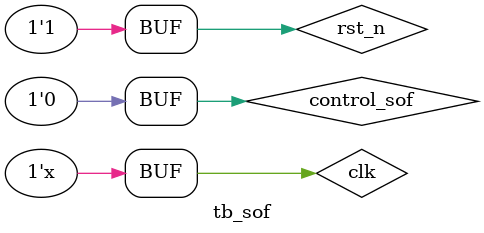
<source format=v>
`timescale 1ns / 1ps

module tb_sof( );
reg clk;
reg rst_n;
reg control_sof;
wire sof;
wire sof_done;
sof uut(
        .clk               (clk),
        .rst_n             (rst_n),
        .control_sof       (control_sof),
        .sof               (sof),
        .sof_done          (sof_done)
);

always begin #295 clk = ~clk; end

initial begin
    clk = 0;
    rst_n = 0;
    control_sof = 0;
    #1180
    rst_n = 1;
    # 590
    control_sof=1;
    # 590
    control_sof=0;
    # 590000
    control_sof=1;
    # 590
    control_sof=0;

end

endmodule

</source>
